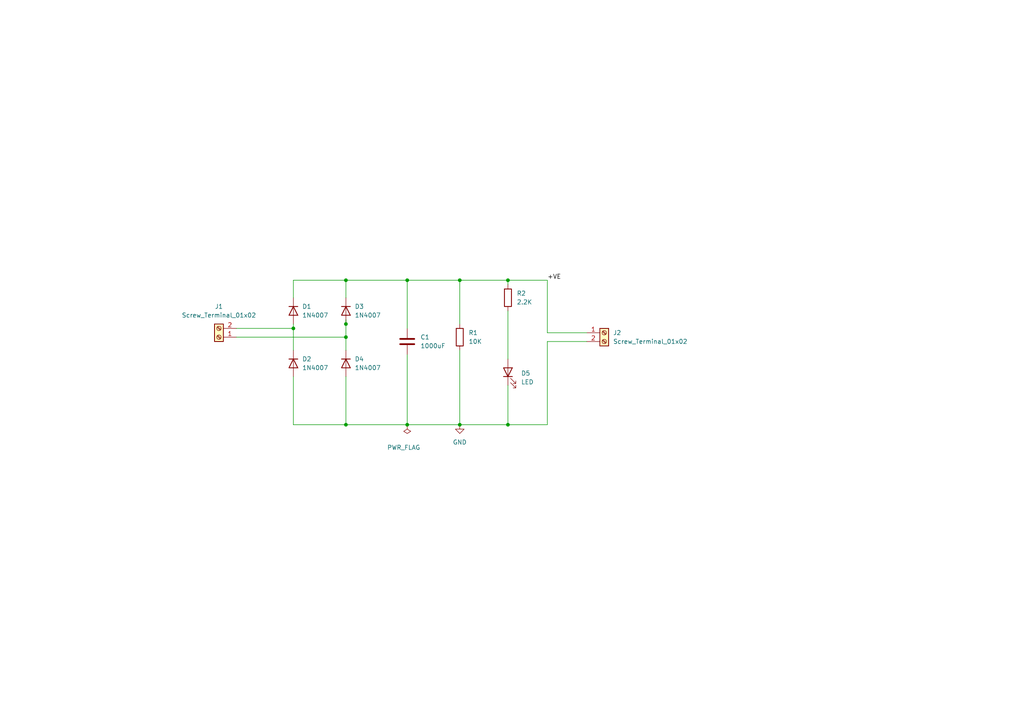
<source format=kicad_sch>
(kicad_sch
	(version 20231120)
	(generator "eeschema")
	(generator_version "8.0")
	(uuid "f11c63e5-35c3-4d41-ab83-dd47055f8a21")
	(paper "A4")
	(lib_symbols
		(symbol "Connector:Screw_Terminal_01x02"
			(pin_names
				(offset 1.016) hide)
			(exclude_from_sim no)
			(in_bom yes)
			(on_board yes)
			(property "Reference" "J"
				(at 0 2.54 0)
				(effects
					(font
						(size 1.27 1.27)
					)
				)
			)
			(property "Value" "Screw_Terminal_01x02"
				(at 0 -5.08 0)
				(effects
					(font
						(size 1.27 1.27)
					)
				)
			)
			(property "Footprint" ""
				(at 0 0 0)
				(effects
					(font
						(size 1.27 1.27)
					)
					(hide yes)
				)
			)
			(property "Datasheet" "~"
				(at 0 0 0)
				(effects
					(font
						(size 1.27 1.27)
					)
					(hide yes)
				)
			)
			(property "Description" "Generic screw terminal, single row, 01x02, script generated (kicad-library-utils/schlib/autogen/connector/)"
				(at 0 0 0)
				(effects
					(font
						(size 1.27 1.27)
					)
					(hide yes)
				)
			)
			(property "ki_keywords" "screw terminal"
				(at 0 0 0)
				(effects
					(font
						(size 1.27 1.27)
					)
					(hide yes)
				)
			)
			(property "ki_fp_filters" "TerminalBlock*:*"
				(at 0 0 0)
				(effects
					(font
						(size 1.27 1.27)
					)
					(hide yes)
				)
			)
			(symbol "Screw_Terminal_01x02_1_1"
				(rectangle
					(start -1.27 1.27)
					(end 1.27 -3.81)
					(stroke
						(width 0.254)
						(type default)
					)
					(fill
						(type background)
					)
				)
				(circle
					(center 0 -2.54)
					(radius 0.635)
					(stroke
						(width 0.1524)
						(type default)
					)
					(fill
						(type none)
					)
				)
				(polyline
					(pts
						(xy -0.5334 -2.2098) (xy 0.3302 -3.048)
					)
					(stroke
						(width 0.1524)
						(type default)
					)
					(fill
						(type none)
					)
				)
				(polyline
					(pts
						(xy -0.5334 0.3302) (xy 0.3302 -0.508)
					)
					(stroke
						(width 0.1524)
						(type default)
					)
					(fill
						(type none)
					)
				)
				(polyline
					(pts
						(xy -0.3556 -2.032) (xy 0.508 -2.8702)
					)
					(stroke
						(width 0.1524)
						(type default)
					)
					(fill
						(type none)
					)
				)
				(polyline
					(pts
						(xy -0.3556 0.508) (xy 0.508 -0.3302)
					)
					(stroke
						(width 0.1524)
						(type default)
					)
					(fill
						(type none)
					)
				)
				(circle
					(center 0 0)
					(radius 0.635)
					(stroke
						(width 0.1524)
						(type default)
					)
					(fill
						(type none)
					)
				)
				(pin passive line
					(at -5.08 0 0)
					(length 3.81)
					(name "Pin_1"
						(effects
							(font
								(size 1.27 1.27)
							)
						)
					)
					(number "1"
						(effects
							(font
								(size 1.27 1.27)
							)
						)
					)
				)
				(pin passive line
					(at -5.08 -2.54 0)
					(length 3.81)
					(name "Pin_2"
						(effects
							(font
								(size 1.27 1.27)
							)
						)
					)
					(number "2"
						(effects
							(font
								(size 1.27 1.27)
							)
						)
					)
				)
			)
		)
		(symbol "Device:C"
			(pin_numbers hide)
			(pin_names
				(offset 0.254)
			)
			(exclude_from_sim no)
			(in_bom yes)
			(on_board yes)
			(property "Reference" "C"
				(at 0.635 2.54 0)
				(effects
					(font
						(size 1.27 1.27)
					)
					(justify left)
				)
			)
			(property "Value" "C"
				(at 0.635 -2.54 0)
				(effects
					(font
						(size 1.27 1.27)
					)
					(justify left)
				)
			)
			(property "Footprint" ""
				(at 0.9652 -3.81 0)
				(effects
					(font
						(size 1.27 1.27)
					)
					(hide yes)
				)
			)
			(property "Datasheet" "~"
				(at 0 0 0)
				(effects
					(font
						(size 1.27 1.27)
					)
					(hide yes)
				)
			)
			(property "Description" "Unpolarized capacitor"
				(at 0 0 0)
				(effects
					(font
						(size 1.27 1.27)
					)
					(hide yes)
				)
			)
			(property "ki_keywords" "cap capacitor"
				(at 0 0 0)
				(effects
					(font
						(size 1.27 1.27)
					)
					(hide yes)
				)
			)
			(property "ki_fp_filters" "C_*"
				(at 0 0 0)
				(effects
					(font
						(size 1.27 1.27)
					)
					(hide yes)
				)
			)
			(symbol "C_0_1"
				(polyline
					(pts
						(xy -2.032 -0.762) (xy 2.032 -0.762)
					)
					(stroke
						(width 0.508)
						(type default)
					)
					(fill
						(type none)
					)
				)
				(polyline
					(pts
						(xy -2.032 0.762) (xy 2.032 0.762)
					)
					(stroke
						(width 0.508)
						(type default)
					)
					(fill
						(type none)
					)
				)
			)
			(symbol "C_1_1"
				(pin passive line
					(at 0 3.81 270)
					(length 2.794)
					(name "~"
						(effects
							(font
								(size 1.27 1.27)
							)
						)
					)
					(number "1"
						(effects
							(font
								(size 1.27 1.27)
							)
						)
					)
				)
				(pin passive line
					(at 0 -3.81 90)
					(length 2.794)
					(name "~"
						(effects
							(font
								(size 1.27 1.27)
							)
						)
					)
					(number "2"
						(effects
							(font
								(size 1.27 1.27)
							)
						)
					)
				)
			)
		)
		(symbol "Device:LED"
			(pin_numbers hide)
			(pin_names
				(offset 1.016) hide)
			(exclude_from_sim no)
			(in_bom yes)
			(on_board yes)
			(property "Reference" "D"
				(at 0 2.54 0)
				(effects
					(font
						(size 1.27 1.27)
					)
				)
			)
			(property "Value" "LED"
				(at 0 -2.54 0)
				(effects
					(font
						(size 1.27 1.27)
					)
				)
			)
			(property "Footprint" ""
				(at 0 0 0)
				(effects
					(font
						(size 1.27 1.27)
					)
					(hide yes)
				)
			)
			(property "Datasheet" "~"
				(at 0 0 0)
				(effects
					(font
						(size 1.27 1.27)
					)
					(hide yes)
				)
			)
			(property "Description" "Light emitting diode"
				(at 0 0 0)
				(effects
					(font
						(size 1.27 1.27)
					)
					(hide yes)
				)
			)
			(property "ki_keywords" "LED diode"
				(at 0 0 0)
				(effects
					(font
						(size 1.27 1.27)
					)
					(hide yes)
				)
			)
			(property "ki_fp_filters" "LED* LED_SMD:* LED_THT:*"
				(at 0 0 0)
				(effects
					(font
						(size 1.27 1.27)
					)
					(hide yes)
				)
			)
			(symbol "LED_0_1"
				(polyline
					(pts
						(xy -1.27 -1.27) (xy -1.27 1.27)
					)
					(stroke
						(width 0.254)
						(type default)
					)
					(fill
						(type none)
					)
				)
				(polyline
					(pts
						(xy -1.27 0) (xy 1.27 0)
					)
					(stroke
						(width 0)
						(type default)
					)
					(fill
						(type none)
					)
				)
				(polyline
					(pts
						(xy 1.27 -1.27) (xy 1.27 1.27) (xy -1.27 0) (xy 1.27 -1.27)
					)
					(stroke
						(width 0.254)
						(type default)
					)
					(fill
						(type none)
					)
				)
				(polyline
					(pts
						(xy -3.048 -0.762) (xy -4.572 -2.286) (xy -3.81 -2.286) (xy -4.572 -2.286) (xy -4.572 -1.524)
					)
					(stroke
						(width 0)
						(type default)
					)
					(fill
						(type none)
					)
				)
				(polyline
					(pts
						(xy -1.778 -0.762) (xy -3.302 -2.286) (xy -2.54 -2.286) (xy -3.302 -2.286) (xy -3.302 -1.524)
					)
					(stroke
						(width 0)
						(type default)
					)
					(fill
						(type none)
					)
				)
			)
			(symbol "LED_1_1"
				(pin passive line
					(at -3.81 0 0)
					(length 2.54)
					(name "K"
						(effects
							(font
								(size 1.27 1.27)
							)
						)
					)
					(number "1"
						(effects
							(font
								(size 1.27 1.27)
							)
						)
					)
				)
				(pin passive line
					(at 3.81 0 180)
					(length 2.54)
					(name "A"
						(effects
							(font
								(size 1.27 1.27)
							)
						)
					)
					(number "2"
						(effects
							(font
								(size 1.27 1.27)
							)
						)
					)
				)
			)
		)
		(symbol "Device:R"
			(pin_numbers hide)
			(pin_names
				(offset 0)
			)
			(exclude_from_sim no)
			(in_bom yes)
			(on_board yes)
			(property "Reference" "R"
				(at 2.032 0 90)
				(effects
					(font
						(size 1.27 1.27)
					)
				)
			)
			(property "Value" "R"
				(at 0 0 90)
				(effects
					(font
						(size 1.27 1.27)
					)
				)
			)
			(property "Footprint" ""
				(at -1.778 0 90)
				(effects
					(font
						(size 1.27 1.27)
					)
					(hide yes)
				)
			)
			(property "Datasheet" "~"
				(at 0 0 0)
				(effects
					(font
						(size 1.27 1.27)
					)
					(hide yes)
				)
			)
			(property "Description" "Resistor"
				(at 0 0 0)
				(effects
					(font
						(size 1.27 1.27)
					)
					(hide yes)
				)
			)
			(property "ki_keywords" "R res resistor"
				(at 0 0 0)
				(effects
					(font
						(size 1.27 1.27)
					)
					(hide yes)
				)
			)
			(property "ki_fp_filters" "R_*"
				(at 0 0 0)
				(effects
					(font
						(size 1.27 1.27)
					)
					(hide yes)
				)
			)
			(symbol "R_0_1"
				(rectangle
					(start -1.016 -2.54)
					(end 1.016 2.54)
					(stroke
						(width 0.254)
						(type default)
					)
					(fill
						(type none)
					)
				)
			)
			(symbol "R_1_1"
				(pin passive line
					(at 0 3.81 270)
					(length 1.27)
					(name "~"
						(effects
							(font
								(size 1.27 1.27)
							)
						)
					)
					(number "1"
						(effects
							(font
								(size 1.27 1.27)
							)
						)
					)
				)
				(pin passive line
					(at 0 -3.81 90)
					(length 1.27)
					(name "~"
						(effects
							(font
								(size 1.27 1.27)
							)
						)
					)
					(number "2"
						(effects
							(font
								(size 1.27 1.27)
							)
						)
					)
				)
			)
		)
		(symbol "Diode:1N4007"
			(pin_numbers hide)
			(pin_names hide)
			(exclude_from_sim no)
			(in_bom yes)
			(on_board yes)
			(property "Reference" "D"
				(at 0 2.54 0)
				(effects
					(font
						(size 1.27 1.27)
					)
				)
			)
			(property "Value" "1N4007"
				(at 0 -2.54 0)
				(effects
					(font
						(size 1.27 1.27)
					)
				)
			)
			(property "Footprint" "Diode_THT:D_DO-41_SOD81_P10.16mm_Horizontal"
				(at 0 -4.445 0)
				(effects
					(font
						(size 1.27 1.27)
					)
					(hide yes)
				)
			)
			(property "Datasheet" "http://www.vishay.com/docs/88503/1n4001.pdf"
				(at 0 0 0)
				(effects
					(font
						(size 1.27 1.27)
					)
					(hide yes)
				)
			)
			(property "Description" "1000V 1A General Purpose Rectifier Diode, DO-41"
				(at 0 0 0)
				(effects
					(font
						(size 1.27 1.27)
					)
					(hide yes)
				)
			)
			(property "Sim.Device" "D"
				(at 0 0 0)
				(effects
					(font
						(size 1.27 1.27)
					)
					(hide yes)
				)
			)
			(property "Sim.Pins" "1=K 2=A"
				(at 0 0 0)
				(effects
					(font
						(size 1.27 1.27)
					)
					(hide yes)
				)
			)
			(property "ki_keywords" "diode"
				(at 0 0 0)
				(effects
					(font
						(size 1.27 1.27)
					)
					(hide yes)
				)
			)
			(property "ki_fp_filters" "D*DO?41*"
				(at 0 0 0)
				(effects
					(font
						(size 1.27 1.27)
					)
					(hide yes)
				)
			)
			(symbol "1N4007_0_1"
				(polyline
					(pts
						(xy -1.27 1.27) (xy -1.27 -1.27)
					)
					(stroke
						(width 0.254)
						(type default)
					)
					(fill
						(type none)
					)
				)
				(polyline
					(pts
						(xy 1.27 0) (xy -1.27 0)
					)
					(stroke
						(width 0)
						(type default)
					)
					(fill
						(type none)
					)
				)
				(polyline
					(pts
						(xy 1.27 1.27) (xy 1.27 -1.27) (xy -1.27 0) (xy 1.27 1.27)
					)
					(stroke
						(width 0.254)
						(type default)
					)
					(fill
						(type none)
					)
				)
			)
			(symbol "1N4007_1_1"
				(pin passive line
					(at -3.81 0 0)
					(length 2.54)
					(name "K"
						(effects
							(font
								(size 1.27 1.27)
							)
						)
					)
					(number "1"
						(effects
							(font
								(size 1.27 1.27)
							)
						)
					)
				)
				(pin passive line
					(at 3.81 0 180)
					(length 2.54)
					(name "A"
						(effects
							(font
								(size 1.27 1.27)
							)
						)
					)
					(number "2"
						(effects
							(font
								(size 1.27 1.27)
							)
						)
					)
				)
			)
		)
		(symbol "power:GND"
			(power)
			(pin_numbers hide)
			(pin_names
				(offset 0) hide)
			(exclude_from_sim no)
			(in_bom yes)
			(on_board yes)
			(property "Reference" "#PWR"
				(at 0 -6.35 0)
				(effects
					(font
						(size 1.27 1.27)
					)
					(hide yes)
				)
			)
			(property "Value" "GND"
				(at 0 -3.81 0)
				(effects
					(font
						(size 1.27 1.27)
					)
				)
			)
			(property "Footprint" ""
				(at 0 0 0)
				(effects
					(font
						(size 1.27 1.27)
					)
					(hide yes)
				)
			)
			(property "Datasheet" ""
				(at 0 0 0)
				(effects
					(font
						(size 1.27 1.27)
					)
					(hide yes)
				)
			)
			(property "Description" "Power symbol creates a global label with name \"GND\" , ground"
				(at 0 0 0)
				(effects
					(font
						(size 1.27 1.27)
					)
					(hide yes)
				)
			)
			(property "ki_keywords" "global power"
				(at 0 0 0)
				(effects
					(font
						(size 1.27 1.27)
					)
					(hide yes)
				)
			)
			(symbol "GND_0_1"
				(polyline
					(pts
						(xy 0 0) (xy 0 -1.27) (xy 1.27 -1.27) (xy 0 -2.54) (xy -1.27 -1.27) (xy 0 -1.27)
					)
					(stroke
						(width 0)
						(type default)
					)
					(fill
						(type none)
					)
				)
			)
			(symbol "GND_1_1"
				(pin power_in line
					(at 0 0 270)
					(length 0)
					(name "~"
						(effects
							(font
								(size 1.27 1.27)
							)
						)
					)
					(number "1"
						(effects
							(font
								(size 1.27 1.27)
							)
						)
					)
				)
			)
		)
		(symbol "power:PWR_FLAG"
			(power)
			(pin_numbers hide)
			(pin_names
				(offset 0) hide)
			(exclude_from_sim no)
			(in_bom yes)
			(on_board yes)
			(property "Reference" "#FLG"
				(at 0 1.905 0)
				(effects
					(font
						(size 1.27 1.27)
					)
					(hide yes)
				)
			)
			(property "Value" "PWR_FLAG"
				(at 0 3.81 0)
				(effects
					(font
						(size 1.27 1.27)
					)
				)
			)
			(property "Footprint" ""
				(at 0 0 0)
				(effects
					(font
						(size 1.27 1.27)
					)
					(hide yes)
				)
			)
			(property "Datasheet" "~"
				(at 0 0 0)
				(effects
					(font
						(size 1.27 1.27)
					)
					(hide yes)
				)
			)
			(property "Description" "Special symbol for telling ERC where power comes from"
				(at 0 0 0)
				(effects
					(font
						(size 1.27 1.27)
					)
					(hide yes)
				)
			)
			(property "ki_keywords" "flag power"
				(at 0 0 0)
				(effects
					(font
						(size 1.27 1.27)
					)
					(hide yes)
				)
			)
			(symbol "PWR_FLAG_0_0"
				(pin power_out line
					(at 0 0 90)
					(length 0)
					(name "~"
						(effects
							(font
								(size 1.27 1.27)
							)
						)
					)
					(number "1"
						(effects
							(font
								(size 1.27 1.27)
							)
						)
					)
				)
			)
			(symbol "PWR_FLAG_0_1"
				(polyline
					(pts
						(xy 0 0) (xy 0 1.27) (xy -1.016 1.905) (xy 0 2.54) (xy 1.016 1.905) (xy 0 1.27)
					)
					(stroke
						(width 0)
						(type default)
					)
					(fill
						(type none)
					)
				)
			)
		)
	)
	(junction
		(at 100.33 97.79)
		(diameter 0)
		(color 0 0 0 0)
		(uuid "1794f251-978c-4683-a7fe-d29a41cad3eb")
	)
	(junction
		(at 133.35 81.28)
		(diameter 0)
		(color 0 0 0 0)
		(uuid "1d889dd8-c10f-46f2-8384-781900c9fa95")
	)
	(junction
		(at 118.11 123.19)
		(diameter 0)
		(color 0 0 0 0)
		(uuid "2bafe104-5e5b-4b30-a016-176f5bf38d6a")
	)
	(junction
		(at 85.09 95.25)
		(diameter 0)
		(color 0 0 0 0)
		(uuid "4b46ec35-9adf-4ae6-b92a-0bc1a4aacf78")
	)
	(junction
		(at 118.11 81.28)
		(diameter 0)
		(color 0 0 0 0)
		(uuid "521cccbe-b62e-4bb6-9421-f37bcecb8566")
	)
	(junction
		(at 147.32 81.28)
		(diameter 0)
		(color 0 0 0 0)
		(uuid "68165c47-7a41-47bf-ab09-27df6f780351")
	)
	(junction
		(at 133.35 123.19)
		(diameter 0)
		(color 0 0 0 0)
		(uuid "69f006f8-5e61-4e32-bb03-28c4ef660066")
	)
	(junction
		(at 100.33 93.98)
		(diameter 0)
		(color 0 0 0 0)
		(uuid "6c0a5277-a627-452d-8c72-a8e9f168f250")
	)
	(junction
		(at 100.33 81.28)
		(diameter 0)
		(color 0 0 0 0)
		(uuid "8bb79c49-899e-4a30-a0e6-63b0c81af2b9")
	)
	(junction
		(at 147.32 123.19)
		(diameter 0)
		(color 0 0 0 0)
		(uuid "92836e21-e101-489b-be08-3a97bac86541")
	)
	(junction
		(at 100.33 123.19)
		(diameter 0)
		(color 0 0 0 0)
		(uuid "de9b74f4-3670-4f9d-a918-cd32ec518703")
	)
	(wire
		(pts
			(xy 133.35 101.6) (xy 133.35 123.19)
		)
		(stroke
			(width 0)
			(type default)
		)
		(uuid "014c7eda-7701-4118-b3cf-d45f806a47a5")
	)
	(wire
		(pts
			(xy 85.09 95.25) (xy 85.09 101.6)
		)
		(stroke
			(width 0)
			(type default)
		)
		(uuid "0d539276-43af-49fe-8cb4-666a30740251")
	)
	(wire
		(pts
			(xy 100.33 81.28) (xy 100.33 86.36)
		)
		(stroke
			(width 0)
			(type default)
		)
		(uuid "2a2b2cc2-fe94-42fd-8c3b-f4a719b117c6")
	)
	(wire
		(pts
			(xy 85.09 86.36) (xy 85.09 81.28)
		)
		(stroke
			(width 0)
			(type default)
		)
		(uuid "2d7722b4-d6bd-49c0-8465-ed8df608c84d")
	)
	(wire
		(pts
			(xy 100.33 81.28) (xy 118.11 81.28)
		)
		(stroke
			(width 0)
			(type default)
		)
		(uuid "35d2e634-1242-44fd-a8f4-c0797e955ece")
	)
	(wire
		(pts
			(xy 100.33 97.79) (xy 100.33 101.6)
		)
		(stroke
			(width 0)
			(type default)
		)
		(uuid "5602df8c-a3f5-48a2-8ac1-c5767050c1eb")
	)
	(wire
		(pts
			(xy 133.35 123.19) (xy 147.32 123.19)
		)
		(stroke
			(width 0)
			(type default)
		)
		(uuid "598317b6-f549-4c41-bd47-612fbaabf403")
	)
	(wire
		(pts
			(xy 100.33 92.71) (xy 100.33 93.98)
		)
		(stroke
			(width 0)
			(type default)
		)
		(uuid "61574db6-810f-4692-bda3-c0d825b818e2")
	)
	(wire
		(pts
			(xy 147.32 81.28) (xy 147.32 82.55)
		)
		(stroke
			(width 0)
			(type default)
		)
		(uuid "654d8c83-ccff-42bc-8949-34b044bbc7e6")
	)
	(wire
		(pts
			(xy 85.09 109.22) (xy 85.09 123.19)
		)
		(stroke
			(width 0)
			(type default)
		)
		(uuid "6e6c7750-f6f8-4cbe-a77c-bf665f2d2cbf")
	)
	(wire
		(pts
			(xy 100.33 109.22) (xy 100.33 123.19)
		)
		(stroke
			(width 0)
			(type default)
		)
		(uuid "726c445e-d999-4f91-bd9f-cc82f3b310bd")
	)
	(wire
		(pts
			(xy 147.32 90.17) (xy 147.32 104.14)
		)
		(stroke
			(width 0)
			(type default)
		)
		(uuid "755aba45-18bd-4ef7-8aad-2bd8ee83d7a9")
	)
	(wire
		(pts
			(xy 85.09 93.98) (xy 85.09 95.25)
		)
		(stroke
			(width 0)
			(type default)
		)
		(uuid "75c4221c-3c2e-4feb-94c3-837241607120")
	)
	(wire
		(pts
			(xy 147.32 81.28) (xy 158.75 81.28)
		)
		(stroke
			(width 0)
			(type default)
		)
		(uuid "761ae9e9-c169-41e7-8693-1e6ab63c18d5")
	)
	(wire
		(pts
			(xy 100.33 93.98) (xy 100.33 97.79)
		)
		(stroke
			(width 0)
			(type default)
		)
		(uuid "7983d2e7-db7b-4eb5-b482-37e7426f48ee")
	)
	(wire
		(pts
			(xy 147.32 111.76) (xy 147.32 123.19)
		)
		(stroke
			(width 0)
			(type default)
		)
		(uuid "80c396c4-6f44-4128-94b4-2177b6ebbe53")
	)
	(wire
		(pts
			(xy 133.35 81.28) (xy 147.32 81.28)
		)
		(stroke
			(width 0)
			(type default)
		)
		(uuid "8462ef0d-4ac3-4822-ad9e-cdc87f061549")
	)
	(wire
		(pts
			(xy 118.11 102.87) (xy 118.11 123.19)
		)
		(stroke
			(width 0)
			(type default)
		)
		(uuid "896b0576-cafd-4dd5-9969-5b9c3f1eb364")
	)
	(wire
		(pts
			(xy 158.75 96.52) (xy 158.75 81.28)
		)
		(stroke
			(width 0)
			(type default)
		)
		(uuid "8ca006c6-aa6c-40f9-ab4f-cc04eaa17ce6")
	)
	(wire
		(pts
			(xy 118.11 123.19) (xy 133.35 123.19)
		)
		(stroke
			(width 0)
			(type default)
		)
		(uuid "978a9f76-5f8e-4cb1-ba26-d0193eb8cbaf")
	)
	(wire
		(pts
			(xy 170.18 99.06) (xy 158.75 99.06)
		)
		(stroke
			(width 0)
			(type default)
		)
		(uuid "9be2baaf-b450-461e-b08d-357b294a78ce")
	)
	(wire
		(pts
			(xy 118.11 81.28) (xy 118.11 95.25)
		)
		(stroke
			(width 0)
			(type default)
		)
		(uuid "a15fd3e9-4861-4ea4-94f1-a8324f78bd3a")
	)
	(wire
		(pts
			(xy 147.32 123.19) (xy 158.75 123.19)
		)
		(stroke
			(width 0)
			(type default)
		)
		(uuid "b80f2aea-49bd-4ce6-945a-6c29eb6d16a3")
	)
	(wire
		(pts
			(xy 118.11 81.28) (xy 133.35 81.28)
		)
		(stroke
			(width 0)
			(type default)
		)
		(uuid "bcea58e8-3446-4583-bac6-7b7c0a12eb05")
	)
	(wire
		(pts
			(xy 170.18 96.52) (xy 158.75 96.52)
		)
		(stroke
			(width 0)
			(type default)
		)
		(uuid "c8ed4466-10ce-470c-8b47-85ba226c66f1")
	)
	(wire
		(pts
			(xy 118.11 123.19) (xy 100.33 123.19)
		)
		(stroke
			(width 0)
			(type default)
		)
		(uuid "d6acd414-9fbd-4ba9-81a3-2b850bd64690")
	)
	(wire
		(pts
			(xy 85.09 81.28) (xy 100.33 81.28)
		)
		(stroke
			(width 0)
			(type default)
		)
		(uuid "da1b53ec-47d8-4c67-a6e8-6f40d5a67c7b")
	)
	(wire
		(pts
			(xy 133.35 93.98) (xy 133.35 81.28)
		)
		(stroke
			(width 0)
			(type default)
		)
		(uuid "df77489a-6c5a-46f9-9b0f-cff0423b32b0")
	)
	(wire
		(pts
			(xy 68.58 95.25) (xy 85.09 95.25)
		)
		(stroke
			(width 0)
			(type default)
		)
		(uuid "f2a760df-f9c3-4e00-bb43-865b77dd99e5")
	)
	(wire
		(pts
			(xy 85.09 123.19) (xy 100.33 123.19)
		)
		(stroke
			(width 0)
			(type default)
		)
		(uuid "f65dee3a-fa4f-474a-a348-16ecc46e2ee9")
	)
	(wire
		(pts
			(xy 158.75 99.06) (xy 158.75 123.19)
		)
		(stroke
			(width 0)
			(type default)
		)
		(uuid "f6633fa0-e815-4a69-a179-d0d2e0a0e14b")
	)
	(wire
		(pts
			(xy 68.58 97.79) (xy 100.33 97.79)
		)
		(stroke
			(width 0)
			(type default)
		)
		(uuid "fa9fe093-f61d-45da-a0e9-846117120ce6")
	)
	(label "+VE"
		(at 158.75 81.28 0)
		(fields_autoplaced yes)
		(effects
			(font
				(size 1.27 1.27)
			)
			(justify left bottom)
		)
		(uuid "38d891ac-c212-47e3-8bff-22b6ed0b6e2f")
	)
	(symbol
		(lib_id "power:PWR_FLAG")
		(at 118.11 123.19 180)
		(unit 1)
		(exclude_from_sim no)
		(in_bom yes)
		(on_board yes)
		(dnp no)
		(uuid "1a2d5e88-95c6-4d01-b066-5fec9db6603c")
		(property "Reference" "#FLG01"
			(at 118.11 125.095 0)
			(effects
				(font
					(size 1.27 1.27)
				)
				(hide yes)
			)
		)
		(property "Value" "PWR_FLAG"
			(at 117.094 129.794 0)
			(effects
				(font
					(size 1.27 1.27)
				)
			)
		)
		(property "Footprint" ""
			(at 118.11 123.19 0)
			(effects
				(font
					(size 1.27 1.27)
				)
				(hide yes)
			)
		)
		(property "Datasheet" "~"
			(at 118.11 123.19 0)
			(effects
				(font
					(size 1.27 1.27)
				)
				(hide yes)
			)
		)
		(property "Description" "Special symbol for telling ERC where power comes from"
			(at 118.11 123.19 0)
			(effects
				(font
					(size 1.27 1.27)
				)
				(hide yes)
			)
		)
		(pin "1"
			(uuid "fe64996a-b5bd-4e71-bd6d-d4ad5a238696")
		)
		(instances
			(project ""
				(path "/f11c63e5-35c3-4d41-ab83-dd47055f8a21"
					(reference "#FLG01")
					(unit 1)
				)
			)
		)
	)
	(symbol
		(lib_id "Device:LED")
		(at 147.32 107.95 90)
		(unit 1)
		(exclude_from_sim no)
		(in_bom yes)
		(on_board yes)
		(dnp no)
		(fields_autoplaced yes)
		(uuid "1d910176-53ad-4fb4-97e5-22077943c7b9")
		(property "Reference" "D5"
			(at 151.13 108.2674 90)
			(effects
				(font
					(size 1.27 1.27)
				)
				(justify right)
			)
		)
		(property "Value" "LED"
			(at 151.13 110.8074 90)
			(effects
				(font
					(size 1.27 1.27)
				)
				(justify right)
			)
		)
		(property "Footprint" "LED_THT:LED_D5.0mm"
			(at 147.32 107.95 0)
			(effects
				(font
					(size 1.27 1.27)
				)
				(hide yes)
			)
		)
		(property "Datasheet" "~"
			(at 147.32 107.95 0)
			(effects
				(font
					(size 1.27 1.27)
				)
				(hide yes)
			)
		)
		(property "Description" "Light emitting diode"
			(at 147.32 107.95 0)
			(effects
				(font
					(size 1.27 1.27)
				)
				(hide yes)
			)
		)
		(pin "2"
			(uuid "d26652bd-bef9-42cd-8e28-f8acf236cf99")
		)
		(pin "1"
			(uuid "080512a7-d176-4ce5-b783-dde029c34e30")
		)
		(instances
			(project ""
				(path "/f11c63e5-35c3-4d41-ab83-dd47055f8a21"
					(reference "D5")
					(unit 1)
				)
			)
		)
	)
	(symbol
		(lib_id "Device:R")
		(at 133.35 97.79 0)
		(unit 1)
		(exclude_from_sim no)
		(in_bom yes)
		(on_board yes)
		(dnp no)
		(fields_autoplaced yes)
		(uuid "1de658d0-11af-45a5-b617-54349a328688")
		(property "Reference" "R1"
			(at 135.89 96.5199 0)
			(effects
				(font
					(size 1.27 1.27)
				)
				(justify left)
			)
		)
		(property "Value" "10K"
			(at 135.89 99.0599 0)
			(effects
				(font
					(size 1.27 1.27)
				)
				(justify left)
			)
		)
		(property "Footprint" "Resistor_THT:R_Axial_DIN0207_L6.3mm_D2.5mm_P7.62mm_Horizontal"
			(at 131.572 97.79 90)
			(effects
				(font
					(size 1.27 1.27)
				)
				(hide yes)
			)
		)
		(property "Datasheet" "~"
			(at 133.35 97.79 0)
			(effects
				(font
					(size 1.27 1.27)
				)
				(hide yes)
			)
		)
		(property "Description" "Resistor"
			(at 133.35 97.79 0)
			(effects
				(font
					(size 1.27 1.27)
				)
				(hide yes)
			)
		)
		(pin "2"
			(uuid "77e33a73-4a0d-42a0-b3e2-7ec16efd3525")
		)
		(pin "1"
			(uuid "3351a63c-8994-45da-bacf-8d17ec0ea7e5")
		)
		(instances
			(project ""
				(path "/f11c63e5-35c3-4d41-ab83-dd47055f8a21"
					(reference "R1")
					(unit 1)
				)
			)
		)
	)
	(symbol
		(lib_id "Diode:1N4007")
		(at 85.09 105.41 270)
		(unit 1)
		(exclude_from_sim no)
		(in_bom yes)
		(on_board yes)
		(dnp no)
		(fields_autoplaced yes)
		(uuid "4cd277bd-5f19-48c3-abb4-6e701cf2d917")
		(property "Reference" "D2"
			(at 87.63 104.1399 90)
			(effects
				(font
					(size 1.27 1.27)
				)
				(justify left)
			)
		)
		(property "Value" "1N4007"
			(at 87.63 106.6799 90)
			(effects
				(font
					(size 1.27 1.27)
				)
				(justify left)
			)
		)
		(property "Footprint" "Diode_THT:D_DO-41_SOD81_P10.16mm_Horizontal"
			(at 80.645 105.41 0)
			(effects
				(font
					(size 1.27 1.27)
				)
				(hide yes)
			)
		)
		(property "Datasheet" "http://www.vishay.com/docs/88503/1n4001.pdf"
			(at 85.09 105.41 0)
			(effects
				(font
					(size 1.27 1.27)
				)
				(hide yes)
			)
		)
		(property "Description" "1000V 1A General Purpose Rectifier Diode, DO-41"
			(at 85.09 105.41 0)
			(effects
				(font
					(size 1.27 1.27)
				)
				(hide yes)
			)
		)
		(property "Sim.Device" "D"
			(at 85.09 105.41 0)
			(effects
				(font
					(size 1.27 1.27)
				)
				(hide yes)
			)
		)
		(property "Sim.Pins" "1=K 2=A"
			(at 85.09 105.41 0)
			(effects
				(font
					(size 1.27 1.27)
				)
				(hide yes)
			)
		)
		(pin "1"
			(uuid "6e10a659-e6f4-482c-a700-6d6a637806f9")
		)
		(pin "2"
			(uuid "e16d4e10-8e9e-435c-a230-6d5192dc0bf6")
		)
		(instances
			(project ""
				(path "/f11c63e5-35c3-4d41-ab83-dd47055f8a21"
					(reference "D2")
					(unit 1)
				)
			)
		)
	)
	(symbol
		(lib_id "power:GND")
		(at 133.35 123.19 0)
		(unit 1)
		(exclude_from_sim no)
		(in_bom yes)
		(on_board yes)
		(dnp no)
		(fields_autoplaced yes)
		(uuid "86d19140-3db6-44e6-91ff-c514bf9d6ee2")
		(property "Reference" "#PWR01"
			(at 133.35 129.54 0)
			(effects
				(font
					(size 1.27 1.27)
				)
				(hide yes)
			)
		)
		(property "Value" "GND"
			(at 133.35 128.27 0)
			(effects
				(font
					(size 1.27 1.27)
				)
			)
		)
		(property "Footprint" ""
			(at 133.35 123.19 0)
			(effects
				(font
					(size 1.27 1.27)
				)
				(hide yes)
			)
		)
		(property "Datasheet" ""
			(at 133.35 123.19 0)
			(effects
				(font
					(size 1.27 1.27)
				)
				(hide yes)
			)
		)
		(property "Description" "Power symbol creates a global label with name \"GND\" , ground"
			(at 133.35 123.19 0)
			(effects
				(font
					(size 1.27 1.27)
				)
				(hide yes)
			)
		)
		(pin "1"
			(uuid "c8a29dc2-903a-4759-8f0b-66f73089dafa")
		)
		(instances
			(project ""
				(path "/f11c63e5-35c3-4d41-ab83-dd47055f8a21"
					(reference "#PWR01")
					(unit 1)
				)
			)
		)
	)
	(symbol
		(lib_id "Device:C")
		(at 118.11 99.06 0)
		(unit 1)
		(exclude_from_sim no)
		(in_bom yes)
		(on_board yes)
		(dnp no)
		(fields_autoplaced yes)
		(uuid "86fbfa0e-1c7d-4445-936b-65e35ba0bc34")
		(property "Reference" "C1"
			(at 121.92 97.7899 0)
			(effects
				(font
					(size 1.27 1.27)
				)
				(justify left)
			)
		)
		(property "Value" "1000uF"
			(at 121.92 100.3299 0)
			(effects
				(font
					(size 1.27 1.27)
				)
				(justify left)
			)
		)
		(property "Footprint" "Capacitor_THT:CP_Radial_D8.0mm_P3.50mm"
			(at 119.0752 102.87 0)
			(effects
				(font
					(size 1.27 1.27)
				)
				(hide yes)
			)
		)
		(property "Datasheet" "~"
			(at 118.11 99.06 0)
			(effects
				(font
					(size 1.27 1.27)
				)
				(hide yes)
			)
		)
		(property "Description" "Unpolarized capacitor"
			(at 118.11 99.06 0)
			(effects
				(font
					(size 1.27 1.27)
				)
				(hide yes)
			)
		)
		(pin "2"
			(uuid "40512aa4-bfec-4e35-8fa0-a8590812b18c")
		)
		(pin "1"
			(uuid "f20de3fc-dfaa-4aff-98aa-a258a8d9827f")
		)
		(instances
			(project ""
				(path "/f11c63e5-35c3-4d41-ab83-dd47055f8a21"
					(reference "C1")
					(unit 1)
				)
			)
		)
	)
	(symbol
		(lib_id "Diode:1N4007")
		(at 85.09 90.17 270)
		(unit 1)
		(exclude_from_sim no)
		(in_bom yes)
		(on_board yes)
		(dnp no)
		(fields_autoplaced yes)
		(uuid "9c71a2af-0b01-49e7-ac49-baa60e85f395")
		(property "Reference" "D1"
			(at 87.63 88.8999 90)
			(effects
				(font
					(size 1.27 1.27)
				)
				(justify left)
			)
		)
		(property "Value" "1N4007"
			(at 87.63 91.4399 90)
			(effects
				(font
					(size 1.27 1.27)
				)
				(justify left)
			)
		)
		(property "Footprint" "Diode_THT:D_DO-41_SOD81_P10.16mm_Horizontal"
			(at 80.645 90.17 0)
			(effects
				(font
					(size 1.27 1.27)
				)
				(hide yes)
			)
		)
		(property "Datasheet" "http://www.vishay.com/docs/88503/1n4001.pdf"
			(at 85.09 90.17 0)
			(effects
				(font
					(size 1.27 1.27)
				)
				(hide yes)
			)
		)
		(property "Description" "1000V 1A General Purpose Rectifier Diode, DO-41"
			(at 85.09 90.17 0)
			(effects
				(font
					(size 1.27 1.27)
				)
				(hide yes)
			)
		)
		(property "Sim.Device" "D"
			(at 85.09 90.17 0)
			(effects
				(font
					(size 1.27 1.27)
				)
				(hide yes)
			)
		)
		(property "Sim.Pins" "1=K 2=A"
			(at 85.09 90.17 0)
			(effects
				(font
					(size 1.27 1.27)
				)
				(hide yes)
			)
		)
		(pin "1"
			(uuid "6e10a659-e6f4-482c-a700-6d6a637806fa")
		)
		(pin "2"
			(uuid "e16d4e10-8e9e-435c-a230-6d5192dc0bf7")
		)
		(instances
			(project ""
				(path "/f11c63e5-35c3-4d41-ab83-dd47055f8a21"
					(reference "D1")
					(unit 1)
				)
			)
		)
	)
	(symbol
		(lib_id "Diode:1N4007")
		(at 100.33 90.17 270)
		(unit 1)
		(exclude_from_sim no)
		(in_bom yes)
		(on_board yes)
		(dnp no)
		(fields_autoplaced yes)
		(uuid "a5e49a3b-072c-428c-9265-6c13a1062c0b")
		(property "Reference" "D3"
			(at 102.87 88.8999 90)
			(effects
				(font
					(size 1.27 1.27)
				)
				(justify left)
			)
		)
		(property "Value" "1N4007"
			(at 102.87 91.4399 90)
			(effects
				(font
					(size 1.27 1.27)
				)
				(justify left)
			)
		)
		(property "Footprint" "Diode_THT:D_DO-41_SOD81_P10.16mm_Horizontal"
			(at 95.885 90.17 0)
			(effects
				(font
					(size 1.27 1.27)
				)
				(hide yes)
			)
		)
		(property "Datasheet" "http://www.vishay.com/docs/88503/1n4001.pdf"
			(at 100.33 90.17 0)
			(effects
				(font
					(size 1.27 1.27)
				)
				(hide yes)
			)
		)
		(property "Description" "1000V 1A General Purpose Rectifier Diode, DO-41"
			(at 100.33 90.17 0)
			(effects
				(font
					(size 1.27 1.27)
				)
				(hide yes)
			)
		)
		(property "Sim.Device" "D"
			(at 100.33 90.17 0)
			(effects
				(font
					(size 1.27 1.27)
				)
				(hide yes)
			)
		)
		(property "Sim.Pins" "1=K 2=A"
			(at 100.33 90.17 0)
			(effects
				(font
					(size 1.27 1.27)
				)
				(hide yes)
			)
		)
		(pin "1"
			(uuid "6e10a659-e6f4-482c-a700-6d6a637806fb")
		)
		(pin "2"
			(uuid "e16d4e10-8e9e-435c-a230-6d5192dc0bf8")
		)
		(instances
			(project ""
				(path "/f11c63e5-35c3-4d41-ab83-dd47055f8a21"
					(reference "D3")
					(unit 1)
				)
			)
		)
	)
	(symbol
		(lib_id "Connector:Screw_Terminal_01x02")
		(at 63.5 97.79 180)
		(unit 1)
		(exclude_from_sim no)
		(in_bom yes)
		(on_board yes)
		(dnp no)
		(fields_autoplaced yes)
		(uuid "b60cffa3-079e-48c2-b806-8879cc07b0d3")
		(property "Reference" "J1"
			(at 63.5 88.9 0)
			(effects
				(font
					(size 1.27 1.27)
				)
			)
		)
		(property "Value" "Screw_Terminal_01x02"
			(at 63.5 91.44 0)
			(effects
				(font
					(size 1.27 1.27)
				)
			)
		)
		(property "Footprint" "TerminalBlock:TerminalBlock_Altech_AK300-4_P5.00mm"
			(at 63.5 97.79 0)
			(effects
				(font
					(size 1.27 1.27)
				)
				(hide yes)
			)
		)
		(property "Datasheet" "~"
			(at 63.5 97.79 0)
			(effects
				(font
					(size 1.27 1.27)
				)
				(hide yes)
			)
		)
		(property "Description" "Generic screw terminal, single row, 01x02, script generated (kicad-library-utils/schlib/autogen/connector/)"
			(at 63.5 97.79 0)
			(effects
				(font
					(size 1.27 1.27)
				)
				(hide yes)
			)
		)
		(pin "2"
			(uuid "e0fa21e0-a66f-42b3-921d-4cb7304da82a")
		)
		(pin "1"
			(uuid "c1a4bcf6-faca-4b8e-b542-1f08145de77b")
		)
		(instances
			(project ""
				(path "/f11c63e5-35c3-4d41-ab83-dd47055f8a21"
					(reference "J1")
					(unit 1)
				)
			)
		)
	)
	(symbol
		(lib_id "Connector:Screw_Terminal_01x02")
		(at 175.26 96.52 0)
		(unit 1)
		(exclude_from_sim no)
		(in_bom yes)
		(on_board yes)
		(dnp no)
		(fields_autoplaced yes)
		(uuid "deda6f29-03d8-4afb-9f5b-57d57769169d")
		(property "Reference" "J2"
			(at 177.8 96.5199 0)
			(effects
				(font
					(size 1.27 1.27)
				)
				(justify left)
			)
		)
		(property "Value" "Screw_Terminal_01x02"
			(at 177.8 99.0599 0)
			(effects
				(font
					(size 1.27 1.27)
				)
				(justify left)
			)
		)
		(property "Footprint" "TerminalBlock:TerminalBlock_Altech_AK300-4_P5.00mm"
			(at 175.26 96.52 0)
			(effects
				(font
					(size 1.27 1.27)
				)
				(hide yes)
			)
		)
		(property "Datasheet" "~"
			(at 175.26 96.52 0)
			(effects
				(font
					(size 1.27 1.27)
				)
				(hide yes)
			)
		)
		(property "Description" "Generic screw terminal, single row, 01x02, script generated (kicad-library-utils/schlib/autogen/connector/)"
			(at 175.26 96.52 0)
			(effects
				(font
					(size 1.27 1.27)
				)
				(hide yes)
			)
		)
		(pin "2"
			(uuid "d27366af-8f3c-49f3-96c1-16f81e4168dd")
		)
		(pin "1"
			(uuid "a974a792-2877-4bb8-91d3-ce0f39c1861b")
		)
		(instances
			(project ""
				(path "/f11c63e5-35c3-4d41-ab83-dd47055f8a21"
					(reference "J2")
					(unit 1)
				)
			)
		)
	)
	(symbol
		(lib_id "Diode:1N4007")
		(at 100.33 105.41 270)
		(unit 1)
		(exclude_from_sim no)
		(in_bom yes)
		(on_board yes)
		(dnp no)
		(fields_autoplaced yes)
		(uuid "e005e078-369d-4226-865e-1996d582b316")
		(property "Reference" "D4"
			(at 102.87 104.1399 90)
			(effects
				(font
					(size 1.27 1.27)
				)
				(justify left)
			)
		)
		(property "Value" "1N4007"
			(at 102.87 106.6799 90)
			(effects
				(font
					(size 1.27 1.27)
				)
				(justify left)
			)
		)
		(property "Footprint" "Diode_THT:D_DO-41_SOD81_P10.16mm_Horizontal"
			(at 95.885 105.41 0)
			(effects
				(font
					(size 1.27 1.27)
				)
				(hide yes)
			)
		)
		(property "Datasheet" "http://www.vishay.com/docs/88503/1n4001.pdf"
			(at 100.33 105.41 0)
			(effects
				(font
					(size 1.27 1.27)
				)
				(hide yes)
			)
		)
		(property "Description" "1000V 1A General Purpose Rectifier Diode, DO-41"
			(at 100.33 105.41 0)
			(effects
				(font
					(size 1.27 1.27)
				)
				(hide yes)
			)
		)
		(property "Sim.Device" "D"
			(at 100.33 105.41 0)
			(effects
				(font
					(size 1.27 1.27)
				)
				(hide yes)
			)
		)
		(property "Sim.Pins" "1=K 2=A"
			(at 100.33 105.41 0)
			(effects
				(font
					(size 1.27 1.27)
				)
				(hide yes)
			)
		)
		(pin "1"
			(uuid "6e10a659-e6f4-482c-a700-6d6a637806fc")
		)
		(pin "2"
			(uuid "e16d4e10-8e9e-435c-a230-6d5192dc0bf9")
		)
		(instances
			(project ""
				(path "/f11c63e5-35c3-4d41-ab83-dd47055f8a21"
					(reference "D4")
					(unit 1)
				)
			)
		)
	)
	(symbol
		(lib_id "Device:R")
		(at 147.32 86.36 0)
		(unit 1)
		(exclude_from_sim no)
		(in_bom yes)
		(on_board yes)
		(dnp no)
		(fields_autoplaced yes)
		(uuid "e9bb68d9-96cc-404f-b718-e7905257ff57")
		(property "Reference" "R2"
			(at 149.86 85.0899 0)
			(effects
				(font
					(size 1.27 1.27)
				)
				(justify left)
			)
		)
		(property "Value" "2.2K"
			(at 149.86 87.6299 0)
			(effects
				(font
					(size 1.27 1.27)
				)
				(justify left)
			)
		)
		(property "Footprint" "Resistor_THT:R_Axial_DIN0207_L6.3mm_D2.5mm_P7.62mm_Horizontal"
			(at 145.542 86.36 90)
			(effects
				(font
					(size 1.27 1.27)
				)
				(hide yes)
			)
		)
		(property "Datasheet" "~"
			(at 147.32 86.36 0)
			(effects
				(font
					(size 1.27 1.27)
				)
				(hide yes)
			)
		)
		(property "Description" "Resistor"
			(at 147.32 86.36 0)
			(effects
				(font
					(size 1.27 1.27)
				)
				(hide yes)
			)
		)
		(pin "2"
			(uuid "77e33a73-4a0d-42a0-b3e2-7ec16efd3526")
		)
		(pin "1"
			(uuid "3351a63c-8994-45da-bacf-8d17ec0ea7e6")
		)
		(instances
			(project ""
				(path "/f11c63e5-35c3-4d41-ab83-dd47055f8a21"
					(reference "R2")
					(unit 1)
				)
			)
		)
	)
	(sheet_instances
		(path "/"
			(page "1")
		)
	)
)

</source>
